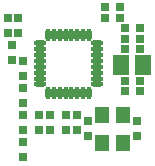
<source format=gts>
%FSLAX24Y24*%
%MOIN*%
G70*
G01*
G75*
G04 Layer_Color=8388736*
%ADD10C,0.0070*%
%ADD11O,0.0354X0.0110*%
%ADD12O,0.0110X0.0354*%
%ADD13R,0.0512X0.0591*%
%ADD14R,0.0250X0.0200*%
%ADD15R,0.0433X0.0472*%
%ADD16R,0.0200X0.0250*%
%ADD17C,0.0060*%
%ADD18C,0.0100*%
%ADD19C,0.0300*%
%ADD20C,0.0320*%
%ADD21C,0.0050*%
%ADD22C,0.0043*%
%ADD23O,0.0414X0.0170*%
%ADD24O,0.0170X0.0414*%
%ADD25R,0.0572X0.0651*%
%ADD26R,0.0310X0.0260*%
%ADD27R,0.0493X0.0532*%
%ADD28R,0.0260X0.0310*%
D23*
X3841Y4449D02*
D03*
X1919Y3071D02*
D03*
X3841Y3465D02*
D03*
Y4252D02*
D03*
Y4055D02*
D03*
Y3858D02*
D03*
Y3268D02*
D03*
Y3071D02*
D03*
X1919Y3858D02*
D03*
Y4055D02*
D03*
Y3268D02*
D03*
Y3465D02*
D03*
Y3662D02*
D03*
Y4252D02*
D03*
Y4449D02*
D03*
X3841Y3662D02*
D03*
D24*
X2191Y4721D02*
D03*
X3569Y2799D02*
D03*
X2782D02*
D03*
X2585D02*
D03*
X3372D02*
D03*
X3175D02*
D03*
X2978D02*
D03*
X2388D02*
D03*
X2191D02*
D03*
X2978Y4721D02*
D03*
X3175D02*
D03*
X2388D02*
D03*
X2585D02*
D03*
X2782D02*
D03*
X3372D02*
D03*
X3569D02*
D03*
D25*
X4626Y3710D02*
D03*
X5374D02*
D03*
D26*
X5250Y3190D02*
D03*
X4750D02*
D03*
X5250Y2840D02*
D03*
X4750D02*
D03*
X5250Y4240D02*
D03*
X4750D02*
D03*
X5250Y4590D02*
D03*
X4750D02*
D03*
X4100Y5640D02*
D03*
X4600D02*
D03*
X4750Y4940D02*
D03*
X5250D02*
D03*
X4100Y5290D02*
D03*
X4600D02*
D03*
D27*
X4700Y2047D02*
D03*
X4000D02*
D03*
X4700Y1107D02*
D03*
X3999D02*
D03*
D28*
X2800Y1540D02*
D03*
Y2040D02*
D03*
X3150Y1540D02*
D03*
Y2040D02*
D03*
X1900D02*
D03*
Y1540D02*
D03*
X2250D02*
D03*
Y2040D02*
D03*
X5150Y1340D02*
D03*
Y1840D02*
D03*
X3540Y1340D02*
D03*
Y1840D02*
D03*
X1350Y3340D02*
D03*
Y3840D02*
D03*
Y2040D02*
D03*
Y1540D02*
D03*
Y2440D02*
D03*
Y2940D02*
D03*
Y640D02*
D03*
Y1140D02*
D03*
X1000Y3890D02*
D03*
Y4390D02*
D03*
X850Y4790D02*
D03*
Y5290D02*
D03*
X1200Y4790D02*
D03*
Y5290D02*
D03*
M02*

</source>
